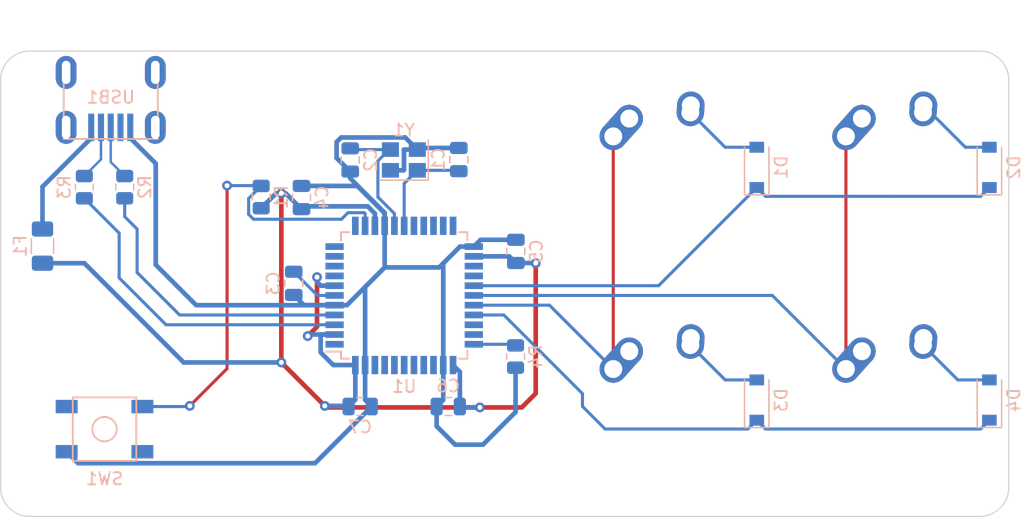
<source format=kicad_pcb>
(kicad_pcb (version 20211014) (generator pcbnew)
  (title_block (title "ai03's PCB Guide Project") (date "2022-12-17") (rev "A") (company "Jeffrey Florek"))
  (layers (0 "F.Cu" signal) (31 "B.Cu" signal) (34 "B.Paste" user) (35 "F.Paste" user) (36 "B.SilkS" user "B.Silkscreen") (37 "F.SilkS" user "F.Silkscreen") (38 "B.Mask" user) (39 "F.Mask" user) (44 "Edge.Cuts" user))
  (net 0 "")
  (net 1 "GND")
  (net 2 "Net-(C1-Pad2)")
  (net 3 "Net-(C2-Pad2)")
  (net 4 "Net-(C3-Pad1)")
  (net 5 "+5V")
  (net 6 "ROW0")
  (net 7 "Net-(D1-Pad2)")
  (net 8 "Net-(D2-Pad2)")
  (net 9 "ROW1")
  (net 10 "Net-(D3-Pad2)")
  (net 11 "Net-(D4-Pad2)")
  (net 12 "VCC")
  (net 13 "COL0")
  (net 14 "COL1")
  (net 15 "Net-(R1-Pad2)")
  (net 16 "Net-(R2-Pad1)")
  (net 17 "D+")
  (net 18 "D-")
  (net 19 "Net-(R3-Pad2)")
  (net 20 "Net-(R4-Pad2)")
  (footprint "MX_Alps_Hybrid:MX-1U-NoLED" (layer "F.Cu") (at 164.973 98.64725)
    (fp_text reference "MX2")
    (fp_text value "MX-NoLED")
    (pad "" np_thru_hole circle locked (at -5.08 0 48.0996) (size 1.75 1.75) (drill 1.75) (layers *.Cu *.Mask))
    (pad "" np_thru_hole circle locked (at 0 0) (size 3.9878 3.9878) (drill 3.9878) (layers *.Cu *.Mask))
    (pad "" np_thru_hole circle locked (at 5.08 0 48.0996) (size 1.75 1.75) (drill 1.75) (layers *.Cu *.Mask))
    (pad "1" thru_hole circle locked (at -2.5 -4) (size 2.25 2.25) (drill 1.47) (layers *.Cu "B.Mask") (net 14 "COL1"))
    (pad "1" thru_hole oval locked (at -3.81 -2.54 48.0996) (size 4.211556 2.25) (drill 1.47 (offset 0.980778 0)) (layers *.Cu "B.Mask") (net 14 "COL1"))
    (pad "2" thru_hole circle locked (at 2.54 -5.08) (size 2.25 2.25) (drill 1.47) (layers *.Cu "B.Mask") (net 8 "Net-(D2-Pad2)"))
    (pad "2" thru_hole oval locked (at 2.5 -4.5 86.0548) (size 2.831378 2.25) (drill 1.47 (offset 0.290689 0)) (layers *.Cu "B.Mask") (net 8 "Net-(D2-Pad2)"))
  )
  (footprint "MX_Alps_Hybrid:MX-1U-NoLED" (layer "F.Cu") (at 145.923 117.69725)
    (fp_text reference "MX3")
    (fp_text value "MX-NoLED")
    (pad "" np_thru_hole circle locked (at 5.08 0 48.0996) (size 1.75 1.75) (drill 1.75) (layers *.Cu *.Mask))
    (pad "" np_thru_hole circle locked (at -5.08 0 48.0996) (size 1.75 1.75) (drill 1.75) (layers *.Cu *.Mask))
    (pad "" np_thru_hole circle locked (at 0 0) (size 3.9878 3.9878) (drill 3.9878) (layers *.Cu *.Mask))
    (pad "1" thru_hole circle locked (at -2.5 -4) (size 2.25 2.25) (drill 1.47) (layers *.Cu "B.Mask") (net 13 "COL0"))
    (pad "1" thru_hole oval locked (at -3.81 -2.54 48.0996) (size 4.211556 2.25) (drill 1.47 (offset 0.980778 0)) (layers *.Cu "B.Mask") (net 13 "COL0"))
    (pad "2" thru_hole oval locked (at 2.5 -4.5 86.0548) (size 2.831378 2.25) (drill 1.47 (offset 0.290689 0)) (layers *.Cu "B.Mask") (net 10 "Net-(D3-Pad2)"))
    (pad "2" thru_hole circle locked (at 2.54 -5.08) (size 2.25 2.25) (drill 1.47) (layers *.Cu "B.Mask") (net 10 "Net-(D3-Pad2)"))
  )
  (footprint "MX_Alps_Hybrid:MX-1U-NoLED" (layer "F.Cu") (at 145.923 98.64725)
    (fp_text reference "MX1")
    (fp_text value "MX-NoLED")
    (pad "" np_thru_hole circle locked (at 0 0) (size 3.9878 3.9878) (drill 3.9878) (layers *.Cu *.Mask))
    (pad "" np_thru_hole circle locked (at -5.08 0 48.0996) (size 1.75 1.75) (drill 1.75) (layers *.Cu *.Mask))
    (pad "" np_thru_hole circle locked (at 5.08 0 48.0996) (size 1.75 1.75) (drill 1.75) (layers *.Cu *.Mask))
    (pad "1" thru_hole circle locked (at -2.5 -4) (size 2.25 2.25) (drill 1.47) (layers *.Cu "B.Mask") (net 13 "COL0"))
    (pad "1" thru_hole oval locked (at -3.81 -2.54 48.0996) (size 4.211556 2.25) (drill 1.47 (offset 0.980778 0)) (layers *.Cu "B.Mask") (net 13 "COL0"))
    (pad "2" thru_hole circle locked (at 2.54 -5.08) (size 2.25 2.25) (drill 1.47) (layers *.Cu "B.Mask") (net 7 "Net-(D1-Pad2)"))
    (pad "2" thru_hole oval locked (at 2.5 -4.5 86.0548) (size 2.831378 2.25) (drill 1.47 (offset 0.290689 0)) (layers *.Cu "B.Mask") (net 7 "Net-(D1-Pad2)"))
  )
  (footprint "MX_Alps_Hybrid:MX-1U-NoLED" (layer "F.Cu") (at 164.973 117.69725)
    (fp_text reference "MX4")
    (fp_text value "MX-NoLED")
    (pad "" np_thru_hole circle locked (at 5.08 0 48.0996) (size 1.75 1.75) (drill 1.75) (layers *.Cu *.Mask))
    (pad "" np_thru_hole circle locked (at -5.08 0 48.0996) (size 1.75 1.75) (drill 1.75) (layers *.Cu *.Mask))
    (pad "" np_thru_hole circle locked (at 0 0) (size 3.9878 3.9878) (drill 3.9878) (layers *.Cu *.Mask))
    (pad "1" thru_hole circle locked (at -2.5 -4) (size 2.25 2.25) (drill 1.47) (layers *.Cu "B.Mask") (net 14 "COL1"))
    (pad "1" thru_hole oval locked (at -3.81 -2.54 48.0996) (size 4.211556 2.25) (drill 1.47 (offset 0.980778 0)) (layers *.Cu "B.Mask") (net 14 "COL1"))
    (pad "2" thru_hole circle locked (at 2.54 -5.08) (size 2.25 2.25) (drill 1.47) (layers *.Cu "B.Mask") (net 11 "Net-(D4-Pad2)"))
    (pad "2" thru_hole oval locked (at 2.5 -4.5 86.0548) (size 2.831378 2.25) (drill 1.47 (offset 0.290689 0)) (layers *.Cu "B.Mask") (net 11 "Net-(D4-Pad2)"))
  )
  (footprint "Capacitor_SMD:C_0805_2012Metric" (layer "B.Cu") (at 120.5738 98.03765 90)
    (fp_text reference "C2" (at 0 1.68 90) (layer "B.SilkS") (effects (justify mirror)))
    (fp_text value "22pF")
    (fp_line (start -0.261252 -0.735) (end 0.261252 -0.735) (layer "B.SilkS") (width 0.12))
    (fp_line (start -0.261252 0.735) (end 0.261252 0.735) (layer "B.SilkS") (width 0.12))
    (pad "1" smd roundrect (at -0.95 0 90) (size 1 1.45) (layers "B.Cu" "B.Paste" "B.Mask") (net 1 "GND"))
    (pad "2" smd roundrect (at 0.95 0 90) (size 1 1.45) (layers "B.Cu" "B.Paste" "B.Mask") (net 3 "Net-(C2-Pad2)"))
  )
  (footprint "Diode_SMD:D_SOD-123" (layer "B.Cu") (at 153.8605 98.64725 90)
    (fp_text reference "D1" (at 0 2 90) (layer "B.SilkS") (effects (justify mirror)))
    (fp_text value "SOD-123")
    (fp_line (start -2.25 1) (end 1.65 1) (layer "B.SilkS") (width 0.12))
    (fp_line (start -2.25 -1) (end 1.65 -1) (layer "B.SilkS") (width 0.12))
    (fp_line (start -2.25 1) (end -2.25 -1) (layer "B.SilkS") (width 0.12))
    (pad "1" smd rect (at -1.65 0 90) (size 0.9 1.2) (layers "B.Cu" "B.Paste" "B.Mask") (net 6 "ROW0"))
    (pad "2" smd rect (at 1.65 0 90) (size 0.9 1.2) (layers "B.Cu" "B.Paste" "B.Mask") (net 7 "Net-(D1-Pad2)"))
  )
  (footprint "Resistor_SMD:R_0805_2012Metric" (layer "B.Cu") (at 102.108 100.2665 90)
    (fp_text reference "R2" (at 0 1.65 90) (layer "B.SilkS") (effects (justify mirror)))
    (fp_text value "22")
    (fp_line (start -0.227064 -0.735) (end 0.227064 -0.735) (layer "B.SilkS") (width 0.12))
    (fp_line (start -0.227064 0.735) (end 0.227064 0.735) (layer "B.SilkS") (width 0.12))
    (pad "1" smd roundrect (at -0.9125 0 90) (size 1.025 1.4) (layers "B.Cu" "B.Paste" "B.Mask") (roundrect_rratio 0.243902) (net 16 "Net-(R2-Pad1)"))
    (pad "2" smd roundrect (at 0.9125 0 90) (size 1.025 1.4) (layers "B.Cu" "B.Paste" "B.Mask") (roundrect_rratio 0.243902) (net 17 "D+"))
  )
  (footprint "Crystal:Crystal_SMD_3225-4Pin_3.2x2.5mm" (layer "B.Cu") (at 124.968 98.03765 180)
    (fp_text reference "Y1" (at 0 2.45) (layer "B.SilkS") (effects (justify mirror)))
    (fp_text value "16Mhz")
    (fp_line (start -2 -1.65) (end 2 -1.65) (layer "B.SilkS") (width 0.12))
    (fp_line (start -2 1.65) (end -2 -1.65) (layer "B.SilkS") (width 0.12))
    (pad "1" smd rect (at -1.1 -0.85 180) (size 1.4 1.2) (layers "B.Cu" "B.Paste" "B.Mask") (net 2 "Net-(C1-Pad2)"))
    (pad "2" smd rect (at 1.1 -0.85 180) (size 1.4 1.2) (layers "B.Cu" "B.Paste" "B.Mask") (net 1 "GND"))
    (pad "3" smd rect (at 1.1 0.85 180) (size 1.4 1.2) (layers "B.Cu" "B.Paste" "B.Mask") (net 3 "Net-(C2-Pad2)"))
    (pad "4" smd rect (at -1.1 0.85 180) (size 1.4 1.2) (layers "B.Cu" "B.Paste" "B.Mask") (net 1 "GND"))
  )
  (footprint "Diode_SMD:D_SOD-123" (layer "B.Cu") (at 172.9105 117.69725 90)
    (fp_text reference "D4" (at 0 2 90) (layer "B.SilkS") (effects (justify mirror)))
    (fp_text value "SOD-123")
    (fp_line (start -2.25 -1) (end 1.65 -1) (layer "B.SilkS") (width 0.12))
    (fp_line (start -2.25 1) (end -2.25 -1) (layer "B.SilkS") (width 0.12))
    (fp_line (start -2.25 1) (end 1.65 1) (layer "B.SilkS") (width 0.12))
    (pad "1" smd rect (at -1.65 0 90) (size 0.9 1.2) (layers "B.Cu" "B.Paste" "B.Mask") (net 9 "ROW1"))
    (pad "2" smd rect (at 1.65 0 90) (size 0.9 1.2) (layers "B.Cu" "B.Paste" "B.Mask") (net 11 "Net-(D4-Pad2)"))
  )
  (footprint "Capacitor_SMD:C_0805_2012Metric" (layer "B.Cu") (at 115.951 108.1405 -90)
    (fp_text reference "C3" (at 0 1.68 90) (layer "B.SilkS") (effects (justify mirror)))
    (fp_text value "1uF")
    (fp_line (start -0.261252 -0.735) (end 0.261252 -0.735) (layer "B.SilkS") (width 0.12))
    (fp_line (start -0.261252 0.735) (end 0.261252 0.735) (layer "B.SilkS") (width 0.12))
    (pad "1" smd roundrect (at -0.95 0 270) (size 1 1.45) (layers "B.Cu" "B.Paste" "B.Mask") (net 4 "Net-(C3-Pad1)"))
    (pad "2" smd roundrect (at 0.95 0 270) (size 1 1.45) (layers "B.Cu" "B.Paste" "B.Mask") (net 1 "GND"))
  )
  (footprint "Resistor_SMD:R_0805_2012Metric" (layer "B.Cu") (at 134.112 114.133 90)
    (fp_text reference "R4" (at 0 1.65 90) (layer "B.SilkS") (effects (justify mirror)))
    (fp_text value "10k")
    (fp_line (start -0.227064 -0.735) (end 0.227064 -0.735) (layer "B.SilkS") (width 0.12))
    (fp_line (start -0.227064 0.735) (end 0.227064 0.735) (layer "B.SilkS") (width 0.12))
    (pad "1" smd roundrect (at -0.9125 0 90) (size 1.025 1.4) (layers "B.Cu" "B.Paste" "B.Mask") (roundrect_rratio 0.243902) (net 1 "GND"))
    (pad "2" smd roundrect (at 0.9125 0 90) (size 1.025 1.4) (layers "B.Cu" "B.Paste" "B.Mask") (roundrect_rratio 0.243902) (net 20 "Net-(R4-Pad2)"))
  )
  (footprint "random-keyboard-parts:Molex-0548190589" (layer "B.Cu") (at 100.965 90.8685 -90)
    (fp_text reference "USB1" (at 2.032 0) (layer "B.SilkS") (effects (justify mirror)))
    (fp_text value "Molex-0548190589")
    (fp_line (start 0 3.85) (end 5.45 3.85) (layer "B.SilkS") (width 0.15))
    (fp_line (start 0 -3.85) (end 5.45 -3.85) (layer "B.SilkS") (width 0.15))
    (fp_line (start 5.45 3.85) (end 5.45 -3.85) (layer "B.SilkS") (width 0.15))
    (pad "1" smd rect locked (at 4.5 -1.6 270) (size 2.25 0.5) (layers "B.Cu" "B.Paste" "B.Mask") (net 1 "GND"))
    (pad "2" smd rect locked (at 4.5 -0.8 270) (size 2.25 0.5) (layers "B.Cu" "B.Paste" "B.Mask"))
    (pad "3" smd rect locked (at 4.5 0 270) (size 2.25 0.5) (layers "B.Cu" "B.Paste" "B.Mask") (net 17 "D+"))
    (pad "4" smd rect locked (at 4.5 0.8 270) (size 2.25 0.5) (layers "B.Cu" "B.Paste" "B.Mask") (net 18 "D-"))
    (pad "5" smd rect locked (at 4.5 1.6 270) (size 2.25 0.5) (layers "B.Cu" "B.Paste" "B.Mask") (net 12 "VCC"))
    (pad "6" thru_hole oval locked (at 4.5 3.65 270) (size 2.7 1.7) (drill oval 1.9 0.7) (layers *.Cu *.Mask))
    (pad "6" thru_hole oval locked (at 4.5 -3.65 270) (size 2.7 1.7) (drill oval 1.9 0.7) (layers *.Cu *.Mask))
    (pad "6" thru_hole oval locked (at 0 3.65 270) (size 2.7 1.7) (drill oval 1.9 0.7) (layers *.Cu *.Mask))
    (pad "6" thru_hole oval locked (at 0 -3.65 270) (size 2.7 1.7) (drill oval 1.9 0.7) (layers *.Cu *.Mask))
  )
  (footprint "Fuse:Fuse_1206_3216Metric" (layer "B.Cu") (at 95.377 105.0925 -90)
    (fp_text reference "F1" (at 0 1.82 90) (layer "B.SilkS") (effects (justify mirror)))
    (fp_text value "500mA")
    (fp_line (start -0.602064 -0.91) (end 0.602064 -0.91) (layer "B.SilkS") (width 0.12))
    (fp_line (start -0.602064 0.91) (end 0.602064 0.91) (layer "B.SilkS") (width 0.12))
    (pad "1" smd roundrect (at -1.4 0 270) (size 1.25 1.75) (layers "B.Cu" "B.Paste" "B.Mask") (roundrect_rratio 0.2) (net 12 "VCC"))
    (pad "2" smd roundrect (at 1.4 0 270) (size 1.25 1.75) (layers "B.Cu" "B.Paste" "B.Mask") (roundrect_rratio 0.2) (net 5 "+5V"))
  )
  (footprint "Capacitor_SMD:C_0805_2012Metric" (layer "B.Cu") (at 129.4638 98.0059 -90)
    (fp_text reference "C1" (at 0 1.68 90) (layer "B.SilkS") (effects (justify mirror)))
    (fp_text value "22pF")
    (fp_line (start -0.261252 0.735) (end 0.261252 0.735) (layer "B.SilkS") (width 0.12))
    (fp_line (start -0.261252 -0.735) (end 0.261252 -0.735) (layer "B.SilkS") (width 0.12))
    (pad "1" smd roundrect (at -0.95 0 270) (size 1 1.45) (layers "B.Cu" "B.Paste" "B.Mask") (net 1 "GND"))
    (pad "2" smd roundrect (at 0.95 0 270) (size 1 1.45) (layers "B.Cu" "B.Paste" "B.Mask") (net 2 "Net-(C1-Pad2)"))
  )
  (footprint "Package_QFP:TQFP-44_10x10mm_P0.8mm" (layer "B.Cu") (at 124.9934 109.1311)
    (fp_text reference "U1" (at 0 7.45) (layer "B.SilkS") (effects (justify mirror)))
    (fp_text value "ATmega32U4-A")
    (fp_line (start -5.175 -5.175) (end -5.175 -4.5) (layer "B.SilkS") (width 0.15))
    (fp_line (start -5.175 4.6) (end -6.45 4.6) (layer "B.SilkS") (width 0.15))
    (fp_line (start -5.175 5.175) (end -4.5 5.175) (layer "B.SilkS") (width 0.15))
    (fp_line (start 5.175 -5.175) (end 4.5 -5.175) (layer "B.SilkS") (width 0.15))
    (fp_line (start 5.175 5.175) (end 4.5 5.175) (layer "B.SilkS") (width 0.15))
    (fp_line (start -5.175 5.175) (end -5.175 4.6) (layer "B.SilkS") (width 0.15))
    (fp_line (start 5.175 -5.175) (end 5.175 -4.5) (layer "B.SilkS") (width 0.15))
    (fp_line (start 5.175 5.175) (end 5.175 4.5) (layer "B.SilkS") (width 0.15))
    (fp_line (start -5.175 -5.175) (end -4.5 -5.175) (layer "B.SilkS") (width 0.15))
    (pad "1" smd rect (at -5.7 4) (size 1.5 0.55) (layers "B.Cu" "B.Paste" "B.Mask"))
    (pad "2" smd rect (at -5.7 3.2) (size 1.5 0.55) (layers "B.Cu" "B.Paste" "B.Mask") (net 5 "+5V"))
    (pad "3" smd rect (at -5.7 2.4) (size 1.5 0.55) (layers "B.Cu" "B.Paste" "B.Mask") (net 19 "Net-(R3-Pad2)"))
    (pad "4" smd rect (at -5.7 1.6) (size 1.5 0.55) (layers "B.Cu" "B.Paste" "B.Mask") (net 16 "Net-(R2-Pad1)"))
    (pad "5" smd rect (at -5.7 0.8) (size 1.5 0.55) (layers "B.Cu" "B.Paste" "B.Mask") (net 1 "GND"))
    (pad "6" smd rect (at -5.7 0) (size 1.5 0.55) (layers "B.Cu" "B.Paste" "B.Mask") (net 4 "Net-(C3-Pad1)"))
    (pad "7" smd rect (at -5.7 -0.8) (size 1.5 0.55) (layers "B.Cu" "B.Paste" "B.Mask") (net 5 "+5V"))
    (pad "8" smd rect (at -5.7 -1.6) (size 1.5 0.55) (layers "B.Cu" "B.Paste" "B.Mask"))
    (pad "9" smd rect (at -5.7 -2.4) (size 1.5 0.55) (layers "B.Cu" "B.Paste" "B.Mask"))
    (pad "10" smd rect (at -5.7 -3.2) (size 1.5 0.55) (layers "B.Cu" "B.Paste" "B.Mask"))
    (pad "11" smd rect (at -5.7 -4) (size 1.5 0.55) (layers "B.Cu" "B.Paste" "B.Mask"))
    (pad "12" smd rect (at -4 -5.7 270) (size 1.5 0.55) (layers "B.Cu" "B.Paste" "B.Mask"))
    (pad "13" smd rect (at -3.2 -5.7 270) (size 1.5 0.55) (layers "B.Cu" "B.Paste" "B.Mask") (net 15 "Net-(R1-Pad2)"))
    (pad "14" smd rect (at -2.4 -5.7 270) (size 1.5 0.55) (layers "B.Cu" "B.Paste" "B.Mask") (net 5 "+5V"))
    (pad "15" smd rect (at -1.6 -5.7 270) (size 1.5 0.55) (layers "B.Cu" "B.Paste" "B.Mask") (net 1 "GND"))
    (pad "16" smd rect (at -0.8 -5.7 270) (size 1.5 0.55) (layers "B.Cu" "B.Paste" "B.Mask") (net 3 "Net-(C2-Pad2)"))
    (pad "17" smd rect (at 0 -5.7 270) (size 1.5 0.55) (layers "B.Cu" "B.Paste" "B.Mask") (net 2 "Net-(C1-Pad2)"))
    (pad "18" smd rect (at 0.8 -5.7 270) (size 1.5 0.55) (layers "B.Cu" "B.Paste" "B.Mask"))
    (pad "19" smd rect (at 1.6 -5.7 270) (size 1.5 0.55) (layers "B.Cu" "B.Paste" "B.Mask"))
    (pad "20" smd rect (at 2.4 -5.7 270) (size 1.5 0.55) (layers "B.Cu" "B.Paste" "B.Mask"))
    (pad "21" smd rect (at 3.2 -5.7 270) (size 1.5 0.55) (layers "B.Cu" "B.Paste" "B.Mask"))
    (pad "22" smd rect (at 4 -5.7 270) (size 1.5 0.55) (layers "B.Cu" "B.Paste" "B.Mask"))
    (pad "23" smd rect (at 5.7 -4) (size 1.5 0.55) (layers "B.Cu" "B.Paste" "B.Mask") (net 1 "GND"))
    (pad "24" smd rect (at 5.7 -3.2) (size 1.5 0.55) (layers "B.Cu" "B.Paste" "B.Mask") (net 5 "+5V"))
    (pad "25" smd rect (at 5.7 -2.4) (size 1.5 0.55) (layers "B.Cu" "B.Paste" "B.Mask"))
    (pad "26" smd rect (at 5.7 -1.6) (size 1.5 0.55) (layers "B.Cu" "B.Paste" "B.Mask"))
    (pad "27" smd rect (at 5.7 -0.8) (size 1.5 0.55) (layers "B.Cu" "B.Paste" "B.Mask") (net 6 "ROW0"))
    (pad "28" smd rect (at 5.7 0) (size 1.5 0.55) (layers "B.Cu" "B.Paste" "B.Mask") (net 14 "COL1"))
    (pad "29" smd rect (at 5.7 0.8) (size 1.5 0.55) (layers "B.Cu" "B.Paste" "B.Mask") (net 13 "COL0"))
    (pad "30" smd rect (at 5.7 1.6) (size 1.5 0.55) (layers "B.Cu" "B.Paste" "B.Mask") (net 9 "ROW1"))
    (pad "31" smd rect (at 5.7 2.4) (size 1.5 0.55) (layers "B.Cu" "B.Paste" "B.Mask"))
    (pad "32" smd rect (at 5.7 3.2) (size 1.5 0.55) (layers "B.Cu" "B.Paste" "B.Mask"))
    (pad "33" smd rect (at 5.7 4) (size 1.5 0.55) (layers "B.Cu" "B.Paste" "B.Mask") (net 20 "Net-(R4-Pad2)"))
    (pad "34" smd rect (at 4 5.7 270) (size 1.5 0.55) (layers "B.Cu" "B.Paste" "B.Mask") (net 5 "+5V"))
    (pad "35" smd rect (at 3.2 5.7 270) (size 1.5 0.55) (layers "B.Cu" "B.Paste" "B.Mask") (net 1 "GND"))
    (pad "36" smd rect (at 2.4 5.7 270) (size 1.5 0.55) (layers "B.Cu" "B.Paste" "B.Mask"))
    (pad "37" smd rect (at 1.6 5.7 270) (size 1.5 0.55) (layers "B.Cu" "B.Paste" "B.Mask"))
    (pad "38" smd rect (at 0.8 5.7 270) (size 1.5 0.55) (layers "B.Cu" "B.Paste" "B.Mask"))
    (pad "39" smd rect (at 0 5.7 270) (size 1.5 0.55) (layers "B.Cu" "B.Paste" "B.Mask"))
    (pad "40" smd rect (at -0.8 5.7 270) (size 1.5 0.55) (layers "B.Cu" "B.Paste" "B.Mask"))
    (pad "41" smd rect (at -1.6 5.7 270) (size 1.5 0.55) (layers "B.Cu" "B.Paste" "B.Mask"))
    (pad "42" smd rect (at -2.4 5.7 270) (size 1.5 0.55) (layers "B.Cu" "B.Paste" "B.Mask"))
    (pad "43" smd rect (at -3.2 5.7 270) (size 1.5 0.55) (layers "B.Cu" "B.Paste" "B.Mask") (net 1 "GND"))
    (pad "44" smd rect (at -4 5.7 270) (size 1.5 0.55) (layers "B.Cu" "B.Paste" "B.Mask") (net 5 "+5V"))
  )
  (footprint "Resistor_SMD:R_0805_2012Metric" (layer "B.Cu") (at 113.284 101.0774 90)
    (fp_text reference "R1" (at 0 1.65 90) (layer "B.SilkS") (effects (justify mirror)))
    (fp_text value "10k")
    (fp_line (start -0.227064 -0.735) (end 0.227064 -0.735) (layer "B.SilkS") (width 0.12))
    (fp_line (start -0.227064 0.735) (end 0.227064 0.735) (layer "B.SilkS") (width 0.12))
    (pad "1" smd roundrect (at -0.9125 0 90) (size 1.025 1.4) (layers "B.Cu" "B.Paste" "B.Mask") (roundrect_rratio 0.243902) (net 5 "+5V"))
    (pad "2" smd roundrect (at 0.9125 0 90) (size 1.025 1.4) (layers "B.Cu" "B.Paste" "B.Mask") (roundrect_rratio 0.243902) (net 15 "Net-(R1-Pad2)"))
  )
  (footprint "Capacitor_SMD:C_0805_2012Metric" (layer "B.Cu") (at 134.1374 105.5243 90)
    (fp_text reference "C5" (at 0 1.68 90) (layer "B.SilkS") (effects (justify mirror)))
    (fp_text value "0.1uF")
    (fp_line (start -0.261252 0.735) (end 0.261252 0.735) (layer "B.SilkS") (width 0.12))
    (fp_line (start -0.261252 -0.735) (end 0.261252 -0.735) (layer "B.SilkS") (width 0.12))
    (pad "1" smd roundrect (at -0.95 0 90) (size 1 1.45) (layers "B.Cu" "B.Paste" "B.Mask") (net 5 "+5V"))
    (pad "2" smd roundrect (at 0.95 0 90) (size 1 1.45) (layers "B.Cu" "B.Paste" "B.Mask") (net 1 "GND"))
  )
  (footprint "Diode_SMD:D_SOD-123" (layer "B.Cu") (at 172.9105 98.64725 90)
    (fp_text reference "D2" (at 0 2 90) (layer "B.SilkS") (effects (justify mirror)))
    (fp_text value "SOD-123")
    (fp_line (start -2.25 -1) (end 1.65 -1) (layer "B.SilkS") (width 0.12))
    (fp_line (start -2.25 1) (end 1.65 1) (layer "B.SilkS") (width 0.12))
    (fp_line (start -2.25 1) (end -2.25 -1) (layer "B.SilkS") (width 0.12))
    (pad "1" smd rect (at -1.65 0 90) (size 0.9 1.2) (layers "B.Cu" "B.Paste" "B.Mask") (net 6 "ROW0"))
    (pad "2" smd rect (at 1.65 0 90) (size 0.9 1.2) (layers "B.Cu" "B.Paste" "B.Mask") (net 8 "Net-(D2-Pad2)"))
  )
  (footprint "random-keyboard-parts:SKQG-1155865" (layer "B.Cu") (at 100.457 120.0785 180)
    (fp_text reference "SW1" (at 0 -4.064) (layer "B.SilkS") (effects (justify mirror)))
    (fp_text value "SW_Push")
    (fp_line (start 2.6 2.6) (end 2.6 -2.6) (layer "B.SilkS") (width 0.15))
    (fp_line (start 2.6 -2.6) (end -2.6 -2.6) (layer "B.SilkS") (width 0.15))
    (fp_line (start -2.6 2.6) (end 2.6 2.6) (layer "B.SilkS") (width 0.15))
    (fp_line (start -2.6 -2.6) (end -2.6 2.6) (layer "B.SilkS") (width 0.15))
    (fp_circle (center 0 0) (end 1 0) (layer "B.SilkS") (width 0.15) (fill none))
    (pad "1" smd rect locked (at 3.1 -1.85 180) (size 1.8 1.1) (layers "B.Cu" "B.Paste" "B.Mask") (net 1 "GND"))
    (pad "2" smd rect locked (at -3.1 1.85 180) (size 1.8 1.1) (layers "B.Cu" "B.Paste" "B.Mask") (net 15 "Net-(R1-Pad2)"))
    (pad "3" smd rect locked (at 3.1 1.85 180) (size 1.8 1.1) (layers "B.Cu" "B.Paste" "B.Mask"))
    (pad "4" smd rect locked (at -3.1 -1.85 180) (size 1.8 1.1) (layers "B.Cu" "B.Paste" "B.Mask"))
  )
  (footprint "Capacitor_SMD:C_0805_2012Metric" (layer "B.Cu") (at 128.6002 118.2243 180)
    (fp_text reference "C6" (at 0 1.68) (layer "B.SilkS") (effects (justify mirror)))
    (fp_text value "0.1uF")
    (fp_line (start -0.261252 0.735) (end 0.261252 0.735) (layer "B.SilkS") (width 0.12))
    (fp_line (start -0.261252 -0.735) (end 0.261252 -0.735) (layer "B.SilkS") (width 0.12))
    (pad "1" smd roundrect (at -0.95 0 180) (size 1 1.45) (layers "B.Cu" "B.Paste" "B.Mask") (net 5 "+5V"))
    (pad "2" smd roundrect (at 0.95 0 180) (size 1 1.45) (layers "B.Cu" "B.Paste" "B.Mask") (net 1 "GND"))
  )
  (footprint "Resistor_SMD:R_0805_2012Metric" (layer "B.Cu") (at 98.806 100.2665 -90)
    (fp_text reference "R3" (at 0 1.65 90) (layer "B.SilkS") (effects (justify mirror)))
    (fp_text value "22")
    (fp_line (start -0.227064 0.735) (end 0.227064 0.735) (layer "B.SilkS") (width 0.12))
    (fp_line (start -0.227064 -0.735) (end 0.227064 -0.735) (layer "B.SilkS") (width 0.12))
    (pad "1" smd roundrect (at -0.9125 0 270) (size 1.025 1.4) (layers "B.Cu" "B.Paste" "B.Mask") (roundrect_rratio 0.243902) (net 18 "D-"))
    (pad "2" smd roundrect (at 0.9125 0 270) (size 1.025 1.4) (layers "B.Cu" "B.Paste" "B.Mask") (roundrect_rratio 0.243902) (net 19 "Net-(R3-Pad2)"))
  )
  (footprint "Capacitor_SMD:C_0805_2012Metric" (layer "B.Cu") (at 116.586 101.1149 90)
    (fp_text reference "C4" (at 0 1.68 90) (layer "B.SilkS") (effects (justify mirror)))
    (fp_text value "0.1uF")
    (fp_line (start -0.261252 0.735) (end 0.261252 0.735) (layer "B.SilkS") (width 0.12))
    (fp_line (start -0.261252 -0.735) (end 0.261252 -0.735) (layer "B.SilkS") (width 0.12))
    (pad "1" smd roundrect (at -0.95 0 90) (size 1 1.45) (layers "B.Cu" "B.Paste" "B.Mask") (net 5 "+5V"))
    (pad "2" smd roundrect (at 0.95 0 90) (size 1 1.45) (layers "B.Cu" "B.Paste" "B.Mask") (net 1 "GND"))
  )
  (footprint "Diode_SMD:D_SOD-123" (layer "B.Cu") (at 153.8605 117.69725 90)
    (fp_text reference "D3" (at 0 2 90) (layer "B.SilkS") (effects (justify mirror)))
    (fp_text value "SOD-123")
    (fp_line (start -2.25 -1) (end 1.65 -1) (layer "B.SilkS") (width 0.12))
    (fp_line (start -2.25 1) (end 1.65 1) (layer "B.SilkS") (width 0.12))
    (fp_line (start -2.25 1) (end -2.25 -1) (layer "B.SilkS") (width 0.12))
    (pad "1" smd rect (at -1.65 0 90) (size 0.9 1.2) (layers "B.Cu" "B.Paste" "B.Mask") (net 9 "ROW1"))
    (pad "2" smd rect (at 1.65 0 90) (size 0.9 1.2) (layers "B.Cu" "B.Paste" "B.Mask") (net 10 "Net-(D3-Pad2)"))
  )
  (footprint "Capacitor_SMD:C_0805_2012Metric" (layer "B.Cu") (at 121.3866 118.2243)
    (fp_text reference "C7" (at 0 1.68) (layer "B.SilkS") (effects (justify mirror)))
    (fp_text value "10uF")
    (fp_line (start -0.261252 -0.735) (end 0.261252 -0.735) (layer "B.SilkS") (width 0.12))
    (fp_line (start -0.261252 0.735) (end 0.261252 0.735) (layer "B.SilkS") (width 0.12))
    (pad "1" smd roundrect (at -0.95 0) (size 1 1.45) (layers "B.Cu" "B.Paste" "B.Mask") (net 5 "+5V"))
    (pad "2" smd roundrect (at 0.95 0) (size 1 1.45) (layers "B.Cu" "B.Paste" "B.Mask") (net 1 "GND"))
  )
  (gr_arc (start 174.498 124.841) (mid 173.800548 126.524798) (end 172.11675 127.22225) (layer "Edge.Cuts") (width 0.1))
  (gr_line (start 172.11675 127.22225) (end 94.32925 127.22225) (layer "Edge.Cuts") (width 0.1))
  (gr_arc (start 91.948 91.5035) (mid 92.645452 89.819702) (end 94.32925 89.12225) (layer "Edge.Cuts") (width 0.1))
  (gr_line (start 174.498 91.5035) (end 174.498 124.841) (layer "Edge.Cuts") (width 0.1))
  (gr_line (start 172.11675 89.12225) (end 94.32925 89.12225) (layer "Edge.Cuts") (width 0.1))
  (gr_arc (start 94.32925 127.22225) (mid 92.645452 126.524798) (end 91.948 124.841) (layer "Edge.Cuts") (width 0.1))
  (gr_line (start 91.948 124.841) (end 91.948 91.5035) (layer "Edge.Cuts") (width 0.1))
  (gr_arc (start 172.11675 89.12225) (mid 173.800548 89.819702) (end 174.498 91.5035) (layer "Edge.Cuts") (width 0.1))
  (segment (start 124.9775 98.85915) (end 124.949 98.88765) (width 0.381) (layer "B.Cu") (net 1))
  (segment (start 116.7916 109.9311) (end 119.2934 109.9311) (width 0.381) (layer "B.Cu") (net 1))
  (segment (start 124.987 97.18765) (end 124.9775 97.19715) (width 0.381) (layer "B.Cu") (net 1))
  (segment (start 123.3934 103.4311) (end 123.3934 106.8371) (width 0.381) (layer "B.Cu") (net 1))
  (segment (start 128.1934 106.5001) (end 128.1934 114.8311) (width 0.381) (layer "B.Cu") (net 1))
  (segment (start 126.19975 97.0559) (end 126.068 97.18765) (width 0.381) (layer "B.Cu") (net 1))
  (segment (start 120.2994 109.9311) (end 119.2934 109.9311) (width 0.381) (layer "B.Cu") (net 1))
  (segment (start 123.3934 102.35825) (end 123.3934 103.4311) (width 0.381) (layer "B.Cu") (net 1))
  (segment (start 97.357 121.9285) (end 98.2975 122.869) (width 0.381) (layer "B.Cu") (net 1))
  (segment (start 129.4638 97.0559) (end 126.19975 97.0559) (width 0.381) (layer "B.Cu") (net 1))
  (segment (start 130.6934 105.1311) (end 129.5624 105.1311) (width 0.381) (layer "B.Cu") (net 1))
  (segment (start 123.3934 102.404148) (end 123.3934 103.4311) (width 0.381) (layer "B.Cu") (net 1))
  (segment (start 129.5624 105.1311) (end 128.1934 106.5001) (width 0.381) (layer "B.Cu") (net 1))
  (segment (start 98.2975 122.869) (end 117.6919 122.869) (width 0.381) (layer "B.Cu") (net 1))
  (segment (start 104.648 98.3265) (end 104.648 106.6165) (width 0.381) (layer "B.Cu") (net 1))
  (segment (start 104.648 106.6165) (end 107.9626 109.9311) (width 0.381) (layer "B.Cu") (net 1))
  (segment (start 122.3366 118.2243) (end 121.7934 117.6811) (width 0.381) (layer "B.Cu") (net 1))
  (segment (start 126.068 97.18765) (end 125.0775 96.19715) (width 0.381) (layer "B.Cu") (net 1))
  (segment (start 121.7934 117.6811) (end 121.7934 114.8311) (width 0.381) (layer "B.Cu") (net 1))
  (segment (start 134.112 118.6815) (end 134.112 115.0455) (width 0.381) (layer "B.Cu") (net 1))
  (segment (start 102.565 95.3685) (end 102.565 96.2435) (width 0.381) (layer "B.Cu") (net 1))
  (segment (start 121.7934 114.8311) (end 121.7934 108.4371) (width 0.381) (layer "B.Cu") (net 1))
  (segment (start 123.2115 107.019) (end 120.2994 109.9311) (width 0.381) (layer "B.Cu") (net 1))
  (segment (start 107.9626 109.9311) (end 119.2934 109.9311) (width 0.381) (layer "B.Cu") (net 1))
  (segment (start 119.4583 97.87215) (end 120.5738 98.98765) (width 0.381) (layer "B.Cu") (net 1))
  (segment (start 121.154152 100.1649) (end 123.3934 102.404148) (width 0.381) (layer "B.Cu") (net 1))
  (segment (start 127.6502 118.2243) (end 127.6502 119.8397) (width 0.381) (layer "B.Cu") (net 1))
  (segment (start 128.1934 117.6811) (end 128.1934 114.8311) (width 0.381) (layer "B.Cu") (net 1))
  (segment (start 119.833496 96.19715) (end 119.4583 96.572346) (width 0.381) (layer "B.Cu") (net 1))
  (segment (start 123.3934 106.8371) (end 127.8564 106.8371) (width 0.381) (layer "B.Cu") (net 1))
  (segment (start 134.1374 104.5743) (end 131.2502 104.5743) (width 0.381) (layer "B.Cu") (net 1))
  (segment (start 126.068 97.18765) (end 124.987 97.18765) (width 0.381) (layer "B.Cu") (net 1))
  (segment (start 102.565 96.2435) (end 104.648 98.3265) (width 0.381) (layer "B.Cu") (net 1))
  (segment (start 125.0775 96.19715) (end 119.833496 96.19715) (width 0.381) (layer "B.Cu") (net 1))
  (segment (start 131.2502 104.5743) (end 130.6934 105.1311) (width 0.381) (layer "B.Cu") (net 1))
  (segment (start 131.445 121.3485) (end 134.112 118.6815) (width 0.381) (layer "B.Cu") (net 1))
  (segment (start 115.951 109.0905) (end 116.7916 109.9311) (width 0.381) (layer "B.Cu") (net 1))
  (segment (start 124.949 98.88765) (end 123.868 98.88765) (width 0.381) (layer "B.Cu") (net 1))
  (segment (start 127.6502 118.2243) (end 128.1934 117.6811) (width 0.381) (layer "B.Cu") (net 1))
  (segment (start 120.5738 98.98765) (end 120.5738 99.53865) (width 0.381) (layer "B.Cu") (net 1))
  (segment (start 116.586 100.1649) (end 121.154152 100.1649) (width 0.381) (layer "B.Cu") (net 1))
  (segment (start 127.8564 106.8371) (end 128.1934 106.5001) (width 0.381) (layer "B.Cu") (net 1))
  (segment (start 121.7934 108.4371) (end 123.2115 107.019) (width 0.381) (layer "B.Cu") (net 1))
  (segment (start 129.159 121.3485) (end 131.445 121.3485) (width 0.381) (layer "B.Cu") (net 1))
  (segment (start 127.6502 119.8397) (end 129.159 121.3485) (width 0.381) (layer "B.Cu") (net 1))
  (segment (start 117.6919 122.869) (end 122.3366 118.2243) (width 0.381) (layer "B.Cu") (net 1))
  (segment (start 123.3934 106.8371) (end 123.2115 107.019) (width 0.381) (layer "B.Cu") (net 1))
  (segment (start 120.5738 99.53865) (end 123.3934 102.35825) (width 0.381) (layer "B.Cu") (net 1))
  (segment (start 124.9775 97.19715) (end 124.9775 98.85915) (width 0.381) (layer "B.Cu") (net 1))
  (segment (start 119.4583 96.572346) (end 119.4583 97.87215) (width 0.381) (layer "B.Cu") (net 1))
  (segment (start 124.9934 99.96225) (end 124.9934 103.4311) (width 0.254) (layer "B.Cu") (net 2))
  (segment (start 126.068 98.88765) (end 129.39555 98.88765) (width 0.254) (layer "B.Cu") (net 2))
  (segment (start 129.39555 98.88765) (end 129.4638 98.9559) (width 0.254) (layer "B.Cu") (net 2))
  (segment (start 126.068 98.88765) (end 124.9934 99.96225) (width 0.254) (layer "B.Cu") (net 2))
  (segment (start 122.841 101.0747) (end 124.1934 102.4271) (width 0.254) (layer "B.Cu") (net 3))
  (segment (start 120.6738 97.18765) (end 123.868 97.18765) (width 0.254) (layer "B.Cu") (net 3))
  (segment (start 122.841 98.11465) (end 122.841 101.0747) (width 0.254) (layer "B.Cu") (net 3))
  (segment (start 123.768 97.18765) (end 122.841 98.11465) (width 0.254) (layer "B.Cu") (net 3))
  (segment (start 120.5738 97.08765) (end 120.6738 97.18765) (width 0.254) (layer "B.Cu") (net 3))
  (segment (start 123.868 97.18765) (end 123.768 97.18765) (width 0.254) (layer "B.Cu") (net 3))
  (segment (start 124.1934 102.4271) (end 124.1934 103.4311) (width 0.254) (layer "B.Cu") (net 3))
  (segment (start 117.8916 109.1311) (end 119.2934 109.1311) (width 0.254) (layer "B.Cu") (net 4))
  (segment (start 115.951 107.1905) (end 117.8916 109.1311) (width 0.254) (layer "B.Cu") (net 4))
  (segment (start 118.618 118.3005) (end 118.491 118.1735) (width 0.381) (layer "F.Cu") (net 5))
  (segment (start 131.191 118.3005) (end 118.618 118.3005) (width 0.381) (layer "F.Cu") (net 5))
  (segment (start 135.255 117.6655) (end 134.62 118.3005) (width 0.381) (layer "F.Cu") (net 5))
  (segment (start 135.763 117.1575) (end 135.255 117.6655) (width 0.381) (layer "F.Cu") (net 5))
  (segment (start 117.856 111.6965) (end 117.856 107.6325) (width 0.381) (layer "F.Cu") (net 5))
  (segment (start 118.491 118.1735) (end 114.935 114.6175) (width 0.381) (layer "F.Cu") (net 5))
  (segment (start 117.094 112.4585) (end 117.856 111.6965) (width 0.381) (layer "F.Cu") (net 5))
  (segment (start 135.763 106.4895) (end 135.763 117.1575) (width 0.381) (layer "F.Cu") (net 5))
  (segment (start 134.62 118.3005) (end 131.191 118.3005) (width 0.381) (layer "F.Cu") (net 5))
  (segment (start 114.935 114.6175) (end 114.935 100.7745) (width 0.381) (layer "F.Cu") (net 5))
  (via (at 117.094 112.4585) (size 0.8) (drill 0.4) (layers "F.Cu" "B.Cu") (net 5))
  (via (at 117.856 107.6325) (size 0.8) (drill 0.4) (layers "F.Cu" "B.Cu") (net 5))
  (via (at 114.935 114.6175) (size 0.8) (drill 0.4) (layers "F.Cu" "B.Cu") (net 5))
  (via (at 114.935 100.7745) (size 0.8) (drill 0.4) (layers "F.Cu" "B.Cu") (net 5))
  (via (at 118.491 118.1735) (size 0.8) (drill 0.4) (layers "F.Cu" "B.Cu") (net 5))
  (via (at 135.763 106.4895) (size 0.8) (drill 0.4) (layers "F.Cu" "B.Cu") (net 5))
  (via (at 131.191 118.3005) (size 0.8) (drill 0.4) (layers "F.Cu" "B.Cu") (net 5))
  (segment (start 120.9934 117.6675) (end 120.4366 118.2243) (width 0.381) (layer "B.Cu") (net 5))
  (segment (start 115.2956 100.7745) (end 116.586 102.0649) (width 0.381) (layer "B.Cu") (net 5))
  (segment (start 133.5942 105.9311) (end 130.6934 105.9311) (width 0.381) (layer "B.Cu") (net 5))
  (segment (start 118.491 118.1735) (end 120.3858 118.1735) (width 0.381) (layer "B.Cu") (net 5))
  (segment (start 131.191 118.3005) (end 129.6264 118.3005) (width 0.381) (layer "B.Cu") (net 5))
  (segment (start 129.5502 118.2243) (end 129.5502 115.3879) (width 0.381) (layer "B.Cu") (net 5))
  (segment (start 98.809 106.4925) (end 106.934 114.6175) (width 0.381) (layer "B.Cu") (net 5))
  (segment (start 106.934 114.6175) (end 114.935 114.6175) (width 0.381) (layer "B.Cu") (net 5))
  (segment (start 122.5934 102.4251) (end 122.5934 103.4311) (width 0.381) (layer "B.Cu") (net 5))
  (segment (start 129.6264 118.3005) (end 129.5502 118.2243) (width 0.381) (layer "B.Cu") (net 5))
  (segment (start 118.1624 108.3311) (end 119.2934 108.3311) (width 0.381) (layer "B.Cu") (net 5))
  (segment (start 134.1374 106.4743) (end 133.5942 105.9311) (width 0.381) (layer "B.Cu") (net 5))
  (segment (start 116.813801 101.837099) (end 122.005399 101.837099) (width 0.381) (layer "B.Cu") (net 5))
  (segment (start 134.1374 106.4743) (end 135.7478 106.4743) (width 0.381) (layer "B.Cu") (net 5))
  (segment (start 114.935 100.7745) (end 114.4994 100.7745) (width 0.381) (layer "B.Cu") (net 5))
  (segment (start 120.3858 118.1735) (end 120.4366 118.2243) (width 0.381) (layer "B.Cu") (net 5))
  (segment (start 119.2934 112.3311) (end 117.2214 112.3311) (width 0.381) (layer "B.Cu") (net 5))
  (segment (start 117.856 107.6325) (end 117.856 108.0247) (width 0.381) (layer "B.Cu") (net 5))
  (segment (start 120.9934 114.8311) (end 119.1874 114.8311) (width 0.381) (layer "B.Cu") (net 5))
  (segment (start 122.005399 101.837099) (end 122.5934 102.4251) (width 0.381) (layer "B.Cu") (net 5))
  (segment (start 117.856 108.0247) (end 118.1624 108.3311) (width 0.381) (layer "B.Cu") (net 5))
  (segment (start 129.5502 115.3879) (end 128.9934 114.8311) (width 0.381) (layer "B.Cu") (net 5))
  (segment (start 114.935 100.7745) (end 115.2956 100.7745) (width 0.381) (layer "B.Cu") (net 5))
  (segment (start 118.1529 113.7966) (end 118.1529 112.3406) (width 0.381) (layer "B.Cu") (net 5))
  (segment (start 135.7478 106.4743) (end 135.763 106.4895) (width 0.381) (layer "B.Cu") (net 5))
  (segment (start 117.2214 112.3311) (end 117.094 112.4585) (width 0.381) (layer "B.Cu") (net 5))
  (segment (start 120.9934 114.8311) (end 120.9934 117.6675) (width 0.381) (layer "B.Cu") (net 5))
  (segment (start 118.1624 112.3311) (end 119.2934 112.3311) (width 0.381) (layer "B.Cu") (net 5))
  (segment (start 95.377 106.4925) (end 98.809 106.4925) (width 0.381) (layer "B.Cu") (net 5))
  (segment (start 119.1874 114.8311) (end 118.1529 113.7966) (width 0.381) (layer "B.Cu") (net 5))
  (segment (start 114.4994 100.7745) (end 113.284 101.9899) (width 0.381) (layer "B.Cu") (net 5))
  (segment (start 118.1529 112.3406) (end 118.1624 112.3311) (width 0.381) (layer "B.Cu") (net 5))
  (segment (start 116.586 102.0649) (end 116.813801 101.837099) (width 0.381) (layer "B.Cu") (net 5))
  (segment (start 154.581401 101.018151) (end 172.189599 101.018151) (width 0.254) (layer "B.Cu") (net 6))
  (segment (start 172.189599 101.018151) (end 172.9105 100.29725) (width 0.254) (layer "B.Cu") (net 6))
  (segment (start 130.6934 108.3311) (end 145.82665 108.3311) (width 0.254) (layer "B.Cu") (net 6))
  (segment (start 145.82665 108.3311) (end 153.8605 100.29725) (width 0.254) (layer "B.Cu") (net 6))
  (segment (start 153.8605 100.29725) (end 154.581401 101.018151) (width 0.254) (layer "B.Cu") (net 6))
  (segment (start 151.273 96.99725) (end 153.8605 96.99725) (width 0.254) (layer "B.Cu") (net 7))
  (segment (start 148.423 94.14725) (end 151.273 96.99725) (width 0.254) (layer "B.Cu") (net 7))
  (segment (start 170.943 96.99725) (end 172.9105 96.99725) (width 0.254) (layer "B.Cu") (net 8))
  (segment (start 167.513 93.56725) (end 170.943 96.99725) (width 0.254) (layer "B.Cu") (net 8))
  (segment (start 130.6934 110.7311) (end 133.151101 110.7311) (width 0.254) (layer "B.Cu") (net 9))
  (segment (start 133.151101 110.7311) (end 139.590999 117.170998) (width 0.254) (layer "B.Cu") (net 9))
  (segment (start 172.189599 120.068151) (end 154.581401 120.068151) (width 0.254) (layer "B.Cu") (net 9))
  (segment (start 153.139599 120.068151) (end 153.8605 119.34725) (width 0.254) (layer "B.Cu") (net 9))
  (segment (start 172.9105 119.34725) (end 172.189599 120.068151) (width 0.254) (layer "B.Cu") (net 9))
  (segment (start 139.590999 117.170998) (end 139.590999 118.215846) (width 0.254) (layer "B.Cu") (net 9))
  (segment (start 141.443304 120.068151) (end 153.139599 120.068151) (width 0.254) (layer "B.Cu") (net 9))
  (segment (start 154.581401 120.068151) (end 153.8605 119.34725) (width 0.254) (layer "B.Cu") (net 9))
  (segment (start 139.590999 118.215846) (end 141.443304 120.068151) (width 0.254) (layer "B.Cu") (net 9))
  (segment (start 151.273 116.04725) (end 153.8605 116.04725) (width 0.254) (layer "B.Cu") (net 10))
  (segment (start 148.423 113.19725) (end 151.273 116.04725) (width 0.254) (layer "B.Cu") (net 10))
  (segment (start 167.473 113.19725) (end 170.323 116.04725) (width 0.254) (layer "B.Cu") (net 11))
  (segment (start 170.323 116.04725) (end 172.9105 116.04725) (width 0.254) (layer "B.Cu") (net 11))
  (segment (start 99.365 96.2435) (end 99.365 95.3685) (width 0.381) (layer "B.Cu") (net 12))
  (segment (start 95.377 103.6925) (end 95.377 100.2315) (width 0.381) (layer "B.Cu") (net 12))
  (segment (start 95.377 100.2315) (end 99.365 96.2435) (width 0.381) (layer "B.Cu") (net 12))
  (segment (start 142.113 96.10725) (end 142.113 115.15725) (width 0.254) (layer "F.Cu") (net 13))
  (segment (start 136.88685 109.9311) (end 142.113 115.15725) (width 0.254) (layer "B.Cu") (net 13))
  (segment (start 130.6934 109.9311) (end 136.88685 109.9311) (width 0.254) (layer "B.Cu") (net 13))
  (segment (start 161.163 96.10725) (end 161.163 115.15725) (width 0.254) (layer "F.Cu") (net 14))
  (segment (start 130.6934 109.1311) (end 155.13685 109.1311) (width 0.254) (layer "B.Cu") (net 14))
  (segment (start 155.13685 109.1311) (end 161.163 115.15725) (width 0.254) (layer "B.Cu") (net 14))
  (segment (start 110.49 115.1255) (end 110.49 100.1395) (width 0.254) (layer "F.Cu") (net 15))
  (segment (start 107.442 118.1735) (end 110.49 115.1255) (width 0.254) (layer "F.Cu") (net 15))
  (via (at 110.49 100.1395) (size 0.8) (drill 0.4) (layers "F.Cu" "B.Cu") (net 15))
  (via (at 107.442 118.1735) (size 0.8) (drill 0.4) (layers "F.Cu" "B.Cu") (net 15))
  (segment (start 110.49 100.1395) (end 113.2586 100.1395) (width 0.254) (layer "B.Cu") (net 15))
  (segment (start 113.284 100.1649) (end 112.257 101.1919) (width 0.254) (layer "B.Cu") (net 15))
  (segment (start 107.387 118.2285) (end 107.442 118.1735) (width 0.254) (layer "B.Cu") (net 15))
  (segment (start 121.7204 102.3541) (end 121.7934 102.4271) (width 0.254) (layer "B.Cu") (net 15))
  (segment (start 121.7934 102.4271) (end 121.7934 103.4311) (width 0.254) (layer "B.Cu") (net 15))
  (segment (start 120.3914 102.3541) (end 121.7204 102.3541) (width 0.254) (layer "B.Cu") (net 15))
  (segment (start 119.8536 102.8919) (end 120.3914 102.3541) (width 0.254) (layer "B.Cu") (net 15))
  (segment (start 113.2586 100.1395) (end 113.284 100.1649) (width 0.254) (layer "B.Cu") (net 15))
  (segment (start 103.557 118.2285) (end 107.387 118.2285) (width 0.254) (layer "B.Cu") (net 15))
  (segment (start 112.257 102.491401) (end 112.657499 102.8919) (width 0.254) (layer "B.Cu") (net 15))
  (segment (start 112.257 101.1919) (end 112.257 102.491401) (width 0.254) (layer "B.Cu") (net 15))
  (segment (start 112.657499 102.8919) (end 119.8536 102.8919) (width 0.254) (layer "B.Cu") (net 15))
  (segment (start 103.124 107.2515) (end 106.6036 110.7311) (width 0.254) (layer "B.Cu") (net 16))
  (segment (start 102.108 101.179) (end 102.108 102.6795) (width 0.254) (layer "B.Cu") (net 16))
  (segment (start 102.108 102.6795) (end 103.124 103.6955) (width 0.254) (layer "B.Cu") (net 16))
  (segment (start 106.6036 110.7311) (end 119.2934 110.7311) (width 0.254) (layer "B.Cu") (net 16))
  (segment (start 103.124 103.6955) (end 103.124 107.2515) (width 0.254) (layer "B.Cu") (net 16))
  (segment (start 100.965 98.211) (end 102.108 99.354) (width 0.2) (layer "B.Cu") (net 17))
  (segment (start 100.965 95.3685) (end 100.965 98.211) (width 0.2) (layer "B.Cu") (net 17))
  (segment (start 100.165 97.995) (end 98.806 99.354) (width 0.2) (layer "B.Cu") (net 18))
  (segment (start 100.165 95.3685) (end 100.165 97.995) (width 0.2) (layer "B.Cu") (net 18))
  (segment (start 101.654014 107.693566) (end 105.491548 111.5311) (width 0.254) (layer "B.Cu") (net 19))
  (segment (start 105.491548 111.5311) (end 119.2934 111.5311) (width 0.254) (layer "B.Cu") (net 19))
  (segment (start 98.806 101.179) (end 101.654014 104.027014) (width 0.254) (layer "B.Cu") (net 19))
  (segment (start 101.654014 104.027014) (end 101.654014 107.693566) (width 0.254) (layer "B.Cu") (net 19))
  (segment (start 134.0226 113.1311) (end 130.6934 113.1311) (width 0.254) (layer "B.Cu") (net 20))
  (segment (start 134.112 113.2205) (end 134.0226 113.1311) (width 0.254) (layer "B.Cu") (net 20))
)
</source>
